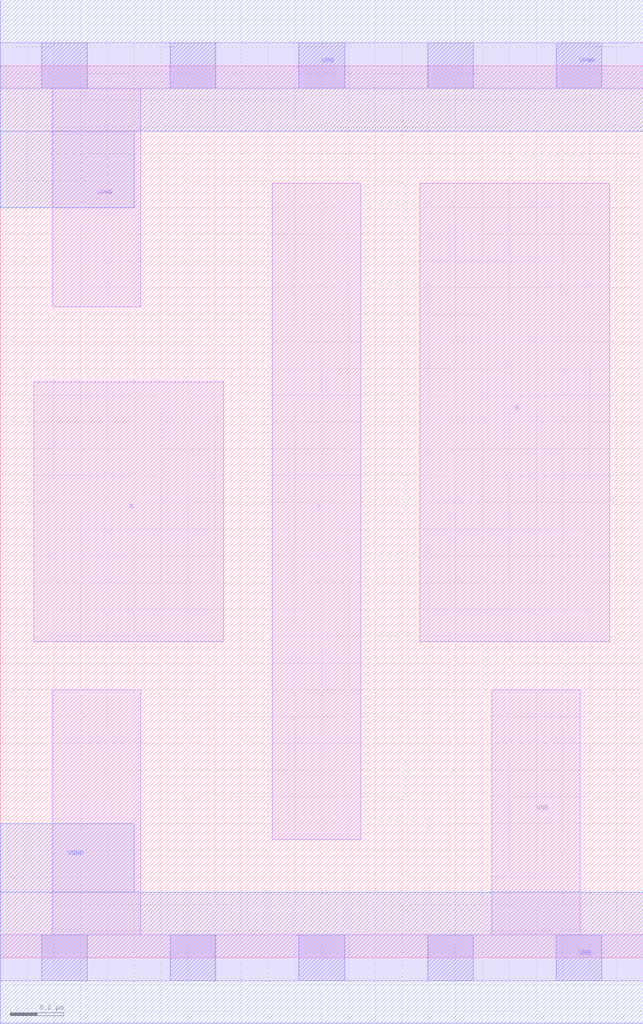
<source format=lef>
# Copyright 2020 The SkyWater PDK Authors
#
# Licensed under the Apache License, Version 2.0 (the "License");
# you may not use this file except in compliance with the License.
# You may obtain a copy of the License at
#
#     https://www.apache.org/licenses/LICENSE-2.0
#
# Unless required by applicable law or agreed to in writing, software
# distributed under the License is distributed on an "AS IS" BASIS,
# WITHOUT WARRANTIES OR CONDITIONS OF ANY KIND, either express or implied.
# See the License for the specific language governing permissions and
# limitations under the License.
#
# SPDX-License-Identifier: Apache-2.0

VERSION 5.7 ;
  NOWIREEXTENSIONATPIN ON ;
  DIVIDERCHAR "/" ;
  BUSBITCHARS "[]" ;
MACRO sky130_fd_sc_lp__nor2_lp
  CLASS CORE ;
  FOREIGN sky130_fd_sc_lp__nor2_lp ;
  ORIGIN  0.000000  0.000000 ;
  SIZE  2.400000 BY  3.330000 ;
  SYMMETRY X Y ;
  SITE unit ;
  PIN A
    ANTENNAGATEAREA  0.189000 ;
    DIRECTION INPUT ;
    USE SIGNAL ;
    PORT
      LAYER li1 ;
        RECT 0.125000 1.180000 0.835000 2.150000 ;
    END
  END A
  PIN B
    ANTENNAGATEAREA  0.189000 ;
    DIRECTION INPUT ;
    USE SIGNAL ;
    PORT
      LAYER li1 ;
        RECT 1.565000 1.180000 2.275000 2.890000 ;
    END
  END B
  PIN Y
    ANTENNADIFFAREA  0.237300 ;
    DIRECTION OUTPUT ;
    USE SIGNAL ;
    PORT
      LAYER li1 ;
        RECT 1.015000 0.440000 1.345000 2.890000 ;
    END
  END Y
  PIN VGND
    DIRECTION INOUT ;
    USE GROUND ;
    PORT
      LAYER met1 ;
        RECT 0.000000 -0.245000 2.400000 0.245000 ;
        RECT 0.000000  0.245000 0.500000 0.500000 ;
    END
  END VGND
  PIN VNB
    DIRECTION INOUT ;
    USE GROUND ;
    PORT
      LAYER li1 ;
        RECT 0.000000 -0.085000 2.400000 0.085000 ;
        RECT 0.195000  0.085000 0.525000 1.000000 ;
        RECT 1.835000  0.085000 2.165000 1.000000 ;
      LAYER mcon ;
        RECT 0.155000 -0.085000 0.325000 0.085000 ;
        RECT 0.635000 -0.085000 0.805000 0.085000 ;
        RECT 1.115000 -0.085000 1.285000 0.085000 ;
        RECT 1.595000 -0.085000 1.765000 0.085000 ;
        RECT 2.075000 -0.085000 2.245000 0.085000 ;
    END
  END VNB
  PIN VPB
    DIRECTION INOUT ;
    USE POWER ;
    PORT
      LAYER met1 ;
        RECT 0.000000 2.800000 0.500000 3.085000 ;
        RECT 0.000000 3.085000 2.400000 3.575000 ;
    END
  END VPB
  PIN VPWR
    DIRECTION INOUT ;
    USE POWER ;
    PORT
      LAYER li1 ;
        RECT 0.000000 3.245000 2.400000 3.415000 ;
        RECT 0.195000 2.430000 0.525000 3.245000 ;
      LAYER mcon ;
        RECT 0.155000 3.245000 0.325000 3.415000 ;
        RECT 0.635000 3.245000 0.805000 3.415000 ;
        RECT 1.115000 3.245000 1.285000 3.415000 ;
        RECT 1.595000 3.245000 1.765000 3.415000 ;
        RECT 2.075000 3.245000 2.245000 3.415000 ;
    END
  END VPWR
END sky130_fd_sc_lp__nor2_lp
END LIBRARY

</source>
